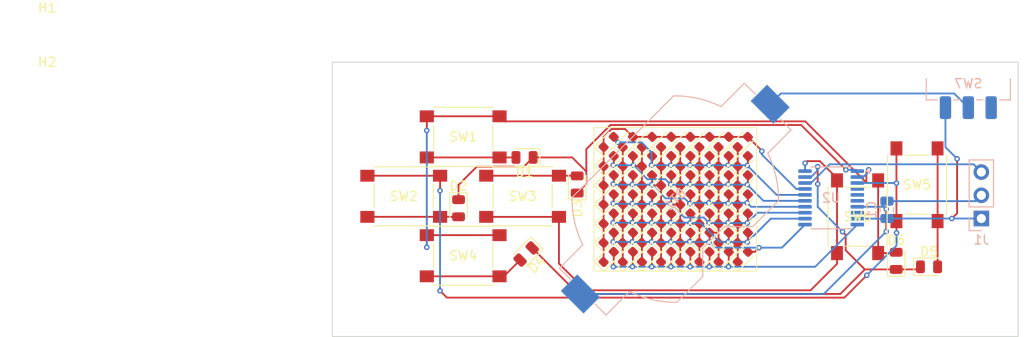
<source format=kicad_pcb>
(kicad_pcb (version 20240108) (generator "pcbnew") (generator_version "8.0")
  (layers (0 "F.Cu" signal) (31 "B.Cu" signal) (34 "B.Paste" user) (35 "F.Paste" user) (36 "B.SilkS" user "B.Silkscreen") (37 "F.SilkS" user "F.Silkscreen") (38 "B.Mask" user) (39 "F.Mask" user) (44 "Edge.Cuts" user))
  (net 0 "")
  (net 1 "+3V0")
  (net 2 "GND")
  (net 3 "Net-(D1-A)")
  (net 4 "Net-(D2-A)")
  (net 5 "Net-(D3-A)")
  (net 6 "Net-(D4-A)")
  (net 7 "Net-(D5-A)")
  (net 8 "Net-(D6-A)")
  (net 9 "/LED0")
  (net 10 "/LED1")
  (net 11 "/LED2")
  (net 12 "/LED3")
  (net 13 "/LED4")
  (net 14 "/LED5")
  (net 15 "/LED6")
  (net 16 "/LED7")
  (net 17 "/SWIO")
  (net 22 "Net-(BT1-+)")
  (net 24 "/Row0")
  (net 25 "/Row1")
  (net 26 "/Col0")
  (net 27 "/Col1")
  (net 28 "/Col2")
  (footprint "LED_SMD:LED_0603_1608Metric" (layer "F.Cu") (at 193.305052 80.759463 45)
    (property "Reference" "D52" (hide yes))
    (property "Value" "LED_Small")
  )
  (footprint "LED_SMD:LED_0603_1608Metric" (layer "F.Cu") (at 189.114052 74.472963 45)
    (property "Reference" "D26" (hide yes))
    (property "Value" "LED_Small")
  )
  (footprint "LED_SMD:LED_0603_1608Metric" (layer "F.Cu") (at 201.687052 84.950463 45)
    (property "Reference" "D64" (hide yes))
    (property "Value" "LED_Small")
  )
  (footprint "Button_Switch_SMD:SW_Push_1P1T_NO_6x6mm_H9.5mm" (layer "F.Cu") (at 214.24 80.555 90)
    (property "Reference" "SW6")
    (property "Value" "SW_Push_45deg")
  )
  (footprint "LED_SMD:LED_0603_1608Metric" (layer "F.Cu") (at 189.114052 84.950463 45)
    (property "Reference" "D66" (hide yes))
    (property "Value" "LED_Small")
  )
  (footprint "LED_SMD:LED_0603_1608Metric" (layer "F.Cu") (at 201.687052 82.854963 45)
    (property "Reference" "D56" (hide yes))
    (property "Value" "LED_Small")
  )
  (footprint "LED_SMD:LED_0603_1608Metric" (layer "F.Cu") (at 187.018552 84.950463 45)
    (property "Reference" "D65" (hide yes))
    (property "Value" "LED_Small")
  )
  (footprint "LED_SMD:LED_0603_1608Metric" (layer "F.Cu") (at 195.400552 82.854963 45)
    (property "Reference" "D61" (hide yes))
    (property "Value" "LED_Small")
  )
  (footprint "Diode_SMD:D_0805_2012Metric" (layer "F.Cu") (at 222.0525 86.03)
    (property "Reference" "D5")
    (property "Value" "D_Small")
  )
  (footprint "LED_SMD:LED_0603_1608Metric" (layer "F.Cu") (at 199.591552 72.377463 45)
    (property "Reference" "D15" (hide yes))
    (property "Value" "LED_Small")
  )
  (footprint "LED_SMD:LED_0603_1608Metric" (layer "F.Cu") (at 197.496052 80.759463 45)
    (property "Reference" "D46" (hide yes))
    (property "Value" "LED_Small")
  )
  (footprint "Button_Switch_SMD:SW_Push_1P1T_NO_6x6mm_H9.5mm" (layer "F.Cu") (at 171.105 71.82)
    (property "Reference" "SW1")
    (property "Value" "SW_Push_45deg")
  )
  (footprint "LED_SMD:LED_0603_1608Metric" (layer "F.Cu") (at 191.209552 78.663963 45)
    (property "Reference" "D43" (hide yes))
    (property "Value" "LED_Small")
  )
  (footprint "LED_SMD:LED_0603_1608Metric" (layer "F.Cu") (at 197.496052 76.568463 45)
    (property "Reference" "D30" (hide yes))
    (property "Value" "LED_Small")
  )
  (footprint "LED_SMD:LED_0603_1608Metric" (layer "F.Cu") (at 195.400552 84.950463 45)
    (property "Reference" "D69" (hide yes))
    (property "Value" "LED_Small")
  )
  (footprint "LED_SMD:LED_0603_1608Metric" (layer "F.Cu") (at 195.400552 78.663963 45)
    (property "Reference" "D37" (hide yes))
    (property "Value" "LED_Small")
  )
  (footprint "LED_SMD:LED_0603_1608Metric" (layer "F.Cu") (at 199.591552 78.663963 45)
    (property "Reference" "D39" (hide yes))
    (property "Value" "LED_Small")
  )
  (footprint "Button_Switch_SMD:SW_Push_1P1T_NO_6x6mm_H9.5mm" (layer "F.Cu") (at 177.605 78.32 180)
    (property "Reference" "SW3")
    (property "Value" "SW_Push_45deg")
  )
  (footprint "LED_SMD:LED_0603_1608Metric" (layer "F.Cu") (at 189.114052 76.568463 45)
    (property "Reference" "D34" (hide yes))
    (property "Value" "LED_Small")
  )
  (footprint "Diode_SMD:D_0805_2012Metric" (layer "F.Cu") (at 170.6 79.625 -90)
    (property "Reference" "D2")
    (property "Value" "D_Small")
  )
  (footprint "LED_SMD:LED_0603_1608Metric" (layer "F.Cu") (at 199.591552 74.472963 45)
    (property "Reference" "D23" (hide yes))
    (property "Value" "LED_Small")
  )
  (footprint "LED_SMD:LED_0603_1608Metric" (layer "F.Cu") (at 193.305052 74.472963 45)
    (property "Reference" "D20" (hide yes))
    (property "Value" "LED_Small")
  )
  (footprint "LED_SMD:LED_0603_1608Metric" (layer "F.Cu") (at 193.305052 72.377463 45)
    (property "Reference" "D12" (hide yes))
    (property "Value" "LED_Small")
  )
  (footprint "LED_SMD:LED_0603_1608Metric" (layer "F.Cu") (at 187.018552 76.568463 45)
    (property "Reference" "D33" (hide yes))
    (property "Value" "LED_Small")
  )
  (footprint "LED_SMD:LED_0603_1608Metric" (layer "F.Cu") (at 195.400552 74.472963 45)
    (property "Reference" "D21" (hide yes))
    (property "Value" "LED_Small")
  )
  (footprint "LED_SMD:LED_0603_1608Metric" (layer "F.Cu") (at 189.114052 72.377463 45)
    (property "Reference" "D10" (hide yes))
    (property "Value" "LED_Small")
  )
  (footprint "LED_SMD:LED_0603_1608Metric" (layer "F.Cu") (at 195.400552 76.568463 45)
    (property "Reference" "D29" (hide yes))
    (property "Value" "LED_Small")
  )
  (footprint "LED_SMD:LED_0603_1608Metric" (layer "F.Cu") (at 201.687052 74.472963 45)
    (property "Reference" "D24" (hide yes))
    (property "Value" "LED_Small")
  )
  (footprint "LED_SMD:LED_0603_1608Metric" (layer "F.Cu") (at 187.018552 82.854963 45)
    (property "Reference" "D57" (hide yes))
    (property "Value" "LED_Small")
  )
  (footprint "LED_SMD:LED_0603_1608Metric" (layer "F.Cu") (at 191.209552 72.377463 45)
    (property "Reference" "D11" (hide yes))
    (property "Value" "LED_Small")
  )
  (footprint "LED_SMD:LED_0603_1608Metric" (layer "F.Cu") (at 187.018552 78.663963 45)
    (property "Reference" "D41" (hide yes))
    (property "Value" "LED_Small")
  )
  (footprint "LED_SMD:LED_0603_1608Metric" (layer "F.Cu") (at 191.209552 82.854963 45)
    (property "Reference" "D59" (hide yes))
    (property "Value" "LED_Small")
  )
  (footprint "MountingHole:MountingHole_2.2mm_M2" (layer "F.Cu") (at 125.6 66.85)
    (property "Reference" "H2")
    (property "Value" "MountingHole")
  )
  (footprint "LED_SMD:LED_0603_1608Metric" (layer "F.Cu") (at 187.018552 72.377463 45)
    (property "Reference" "D17" (hide yes))
    (property "Value" "LED_Small")
  )
  (footprint "LED_SMD:LED_0603_1608Metric" (layer "F.Cu") (at 193.305052 78.663963 45)
    (property "Reference" "D44" (hide yes))
    (property "Value" "LED_Small")
  )
  (footprint "LED_SMD:LED_0603_1608Metric" (layer "F.Cu") (at 191.209552 84.950463 45)
    (property "Reference" "D67" (hide yes))
    (property "Value" "LED_Small")
  )
  (footprint "LED_SMD:LED_0603_1608Metric" (layer "F.Cu") (at 193.305052 82.854963 45)
    (property "Reference" "D60" (hide yes))
    (property "Value" "LED_Small")
  )
  (footprint "LED_SMD:LED_0603_1608Metric" (layer "F.Cu") (at 197.496052 84.950463 45)
    (property "Reference" "D70" (hide yes))
    (property "Value" "LED_Small")
  )
  (footprint "LED_SMD:LED_0603_1608Metric" (layer "F.Cu") (at 201.687052 78.663963 45)
    (property "Reference" "D40" (hide yes))
    (property "Value" "LED_Small")
  )
  (footprint "LED_SMD:LED_0603_1608Metric" (layer "F.Cu") (at 199.591552 80.759463 45)
    (property "Reference" "D47" (hide yes))
    (property "Value" "LED_Small")
  )
  (footprint "LED_SMD:LED_0603_1608Metric" (layer "F.Cu") (at 191.209552 74.472963 45)
    (property "Reference" "D19" (hide yes))
    (property "Value" "LED_Small")
  )
  (footprint "LED_SMD:LED_0603_1608Metric" (layer "F.Cu") (at 191.209552 80.759463 45)
    (property "Reference" "D51" (hide yes))
    (property "Value" "LED_Small")
  )
  (footprint "LED_SMD:LED_0603_1608Metric" (layer "F.Cu") (at 197.496052 78.663963 45)
    (property "Reference" "D38" (hide yes))
    (property "Value" "LED_Small")
  )
  (footprint "LED_SMD:LED_0603_1608Metric" (layer "F.Cu") (at 187.018552 80.759463 45)
    (property "Reference" "D49" (hide yes))
    (property "Value" "LED_Small")
  )
  (footprint "Button_Switch_SMD:SW_Push_1P1T_NO_6x6mm_H9.5mm" (layer "F.Cu") (at 220.74 77.055 90)
    (property "Reference" "SW5")
    (property "Value" "SW_Push_45deg")
  )
  (footprint "LED_SMD:LED_0603_1608Metric" (layer "F.Cu") (at 187.018552 74.472963 45)
    (property "Reference" "D25" (hide yes))
    (property "Value" "LED_Small")
  )
  (footprint "LED_SMD:LED_0603_1608Metric" (layer "F.Cu") (at 199.591552 84.950463 45)
    (property "Reference" "D71" (hide yes))
    (property "Value" "LED_Small")
  )
  (footprint "LED_SMD:LED_0603_1608Metric" (layer "F.Cu") (at 195.400552 72.377463 45)
    (property "Reference" "D13" (hide yes))
    (property "Value" "LED_Small")
  )
  (footprint "LED_SMD:LED_0603_1608Metric" (layer "F.Cu") (at 195.400552 80.759463 45)
    (property "Reference" "D53" (hide yes))
    (property "Value" "LED_Small")
  )
  (footprint "Diode_SMD:D_0805_2012Metric" (layer "F.Cu") (at 177.8178 74.07 180)
    (property "Reference" "D1")
    (property "Value" "D_Small")
  )
  (footprint "LED_SMD:LED_0603_1608Metric" (layer "F.Cu") (at 201.687052 76.568463 45)
    (property "Reference" "D32" (hide yes))
    (property "Value" "LED_Small")
  )
  (footprint "Diode_SMD:D_0805_2012Metric" (layer "F.Cu") (at 183.575 77.025 90)
    (property "Reference" "D3")
    (property "Value" "D_Small")
  )
  (footprint "LED_SMD:LED_0603_1608Metric" (layer "F.Cu") (at 189.114052 82.854963 45)
    (property "Reference" "D58" (hide yes))
    (property "Value" "LED_Small")
  )
  (footprint "MountingHole:MountingHole_2.2mm_M2" (layer "F.Cu") (at 125.6 60.9)
    (property "Reference" "H1")
    (property "Value" "MountingHole")
  )
  (footprint "LED_SMD:LED_0603_1608Metric" (layer "F.Cu") (at 201.687052 80.759463 45)
    (property "Reference" "D48" (hide yes))
    (property "Value" "LED_Small")
  )
  (footprint "LED_SMD:LED_0603_1608Metric" (layer "F.Cu") (at 191.209552 76.568463 45)
    (property "Reference" "D35" (hide yes))
    (property "Value" "LED_Small")
  )
  (footprint "LED_SMD:LED_0603_1608Metric" (layer "F.Cu") (at 189.114052 78.663963 45)
    (property "Reference" "D42" (hide yes))
    (property "Value" "LED_Small")
  )
  (footprint "LED_SMD:LED_0603_1608Metric" (layer "F.Cu") (at 197.496052 72.377463 45)
    (property "Reference" "D14" (hide yes))
    (property "Value" "LED_Small")
  )
  (footprint "Diode_SMD:D_0805_2012Metric" (layer "F.Cu") (at 177.9928 84.632087 -135)
    (property "Reference" "D4")
    (property "Value" "D_Small")
  )
  (footprint "LED_SMD:LED_0603_1608Metric" (layer "F.Cu") (at 193.305052 76.568463 45)
    (property "Reference" "D28" (hide yes))
    (property "Value" "LED_Small")
  )
  (footprint "LED_SMD:LED_0603_1608Metric" (layer "F.Cu") (at 201.687052 72.377463 45)
    (property "Reference" "D16" (hide yes))
    (property "Value" "LED_Small")
  )
  (footprint "LED_SMD:LED_0603_1608Metric" (layer "F.Cu") (at 193.305052 84.950463 45)
    (property "Reference" "D68" (hide yes))
    (property "Value" "LED_Small")
  )
  (footprint "LED_SMD:LED_0603_1608Metric" (layer "F.Cu") (at 197.496052 74.472963 45)
    (property "Reference" "D22" (hide yes))
    (property "Value" "LED_Small")
  )
  (footprint "LED_SMD:LED_0603_1608Metric" (layer "F.Cu") (at 189.114052 80.759463 45)
    (property "Reference" "D50" (hide yes))
    (property "Value" "LED_Small")
  )
  (footprint "LED_SMD:LED_0603_1608Metric" (layer "F.Cu") (at 199.591552 82.854963 45)
    (property "Reference" "D55" (hide yes))
    (property "Value" "LED_Small")
  )
  (footprint "Diode_SMD:D_0805_2012Metric" (layer "F.Cu") (at 218.465 85.38 90)
    (property "Reference" "D6")
    (property "Value" "D_Small")
  )
  (footprint "Button_Switch_SMD:SW_Push_1P1T_NO_6x6mm_H9.5mm" (layer "F.Cu") (at 171.105 84.82)
    (property "Reference" "SW4")
    (property "Value" "SW_Push_45deg")
  )
  (footprint "LED_SMD:LED_0603_1608Metric" (layer "F.Cu") (at 197.496052 82.854963 45)
    (property "Reference" "D62" (hide yes))
    (property "Value" "LED_Small")
  )
  (footprint "LED_SMD:LED_0603_1608Metric" (layer "F.Cu") (at 199.591552 76.568463 45)
    (property "Reference" "D31" (hide yes))
    (property "Value" "LED_Small")
  )
  (footprint "Button_Switch_SMD:SW_Push_1P1T_NO_6x6mm_H9.5mm" (layer "F.Cu") (at 164.605 78.32)
    (property "Reference" "SW2")
    (property "Value" "SW_Push_45deg")
  )
  (footprint "Connector_PinHeader_2.54mm:PinHeader_1x03_P2.54mm_Vertical" (layer "B.Cu") (at 227.775 80.75)
    (property "Reference" "J1")
    (property "Value" "Conn_01x03")
  )
  (footprint "Battery:BatteryHolder_Keystone_1058_1x2032" (layer "B.Cu") (at 194.3 78.625 -135)
    (property "Reference" "BT1")
    (property "Value" "Battery_Cell")
  )
  (footprint "Button_Switch_SMD:SW_SPDT_CK_JS102011SAQN" (layer "B.Cu") (at 226.35 65.875)
    (property "Reference" "SW7")
    (property "Value" "SW_SPDT")
  )
  (footprint "Package_SO:TSSOP-20_4.4x6.5mm_P0.65mm" (layer "B.Cu") (at 211.35 78.49 180)
    (property "Reference" "U2")
    (property "Value" "CH32V003FxPx")
  )
  (footprint "Capacitor_SMD:C_0805_2012Metric" (layer "B.Cu") (at 217.45 79.800001 -90)
    (property "Reference" "C1")
    (property "Value" "0.1uF")
  )
  (gr_rect (start 185.4 70.8) (end 203.2 86.5) (stroke (width 0.1)) (fill none) (layer "F.SilkS"))
  (gr_rect (start 156.8 63.65) (end 231.8 93.65) (stroke (width 0.1)) (fill none) (layer "Edge.Cuts"))
  (segment (start 225.125 74.220001) (end 225.125 80.175) (width 0.2) (layer "F.Cu") (net 1))
  (segment (start 225.125 80.175) (end 224.55 80.75) (width 0.2) (layer "F.Cu") (net 1))
  (via (at 224.55 80.75) (size 0.6) (drill 0.3) (layers "F.Cu" "B.Cu") (net 1))
  (via (at 225.125 74.220001) (size 0.6) (drill 0.3) (layers "F.Cu" "B.Cu") (net 1))
  (segment (start 217.41 80.765) (end 214.2125 80.765) (width 0.2) (layer "B.Cu") (net 1))
  (segment (start 223.85 68.625) (end 223.85 72.945001) (width 0.2) (layer "B.Cu") (net 1))
  (segment (start 227.775 80.75) (end 224.55 80.75) (width 0.2) (layer "B.Cu") (net 1))
  (segment (start 217.45 80.75) (end 217.425 80.75) (width 0.2) (layer "B.Cu") (net 1))
  (segment (start 217.425 80.75) (end 217.41 80.765) (width 0.2) (layer "B.Cu") (net 1))
  (segment (start 223.85 72.945001) (end 225.125 74.220001) (width 0.2) (layer "B.Cu") (net 1))
  (segment (start 224.55 80.75) (end 217.45 80.75) (width 0.2) (layer "B.Cu") (net 1))
  (segment (start 217.375 82.175) (end 217.375 79.725) (width 0.2) (layer "F.Cu") (net 2))
  (via (at 217.375 82.175) (size 0.6) (drill 0.3) (layers "F.Cu" "B.Cu") (net 2))
  (via (at 217.375 79.725) (size 0.6) (drill 0.3) (layers "F.Cu" "B.Cu") (net 2))
  (segment (start 210.544672 89.005328) (end 217.375 82.175) (width 0.2) (layer "B.Cu") (net 2))
  (segment (start 217.375 79.725) (end 217.115 79.465) (width 0.2) (layer "B.Cu") (net 2))
  (segment (start 217.115 79.465) (end 216.835002 79.465) (width 0.2) (layer "B.Cu") (net 2))
  (segment (start 227.134998 78.850002) (end 227.775 78.21) (width 0.2) (layer "B.Cu") (net 2))
  (segment (start 217.45 78.850002) (end 227.134998 78.850002) (width 0.2) (layer "B.Cu") (net 2))
  (segment (start 214.2125 79.465) (end 216.835002 79.465) (width 0.2) (layer "B.Cu") (net 2))
  (segment (start 183.919672 89.005328) (end 210.544672 89.005328) (width 0.2) (layer "B.Cu") (net 2))
  (segment (start 216.835002 79.465) (end 217.45 78.850002) (width 0.2) (layer "B.Cu") (net 2))
  (segment (start 167.13 74.07) (end 176.880299 74.07) (width 0.2) (layer "F.Cu") (net 3))
  (segment (start 170.6 80.562501) (end 160.637499 80.562501) (width 0.2) (layer "F.Cu") (net 4))
  (segment (start 160.637499 80.562501) (end 160.63 80.57) (width 0.2) (layer "F.Cu") (net 4))
  (segment (start 173.63 76.07) (end 183.557501 76.07) (width 0.2) (layer "F.Cu") (net 5))
  (segment (start 183.557501 76.07) (end 183.575 76.087499) (width 0.2) (layer "F.Cu") (net 5))
  (segment (start 167.13 87.07) (end 175.554887 87.07) (width 0.2) (layer "F.Cu") (net 6))
  (segment (start 175.554887 87.07) (end 177.329887 85.295) (width 0.2) (layer "F.Cu") (net 6))
  (segment (start 222.99 86.03) (end 222.99 73.08) (width 0.2) (layer "F.Cu") (net 7))
  (segment (start 216.49 84.53) (end 218.377499 84.53) (width 0.2) (layer "F.Cu") (net 8))
  (segment (start 216.49 84.53) (end 216.49 76.58) (width 0.2) (layer "F.Cu") (net 8))
  (segment (start 218.377499 84.53) (end 218.465 84.442499) (width 0.2) (layer "F.Cu") (net 8))
  (segment (start 188.811988 70.961705) (end 189.670899 71.820616) (width 0.2) (layer "F.Cu") (net 9))
  (segment (start 187.338294 70.961705) (end 188.811988 70.961705) (width 0.2) (layer "F.Cu") (net 9))
  (segment (start 186.461705 71.838294) (end 187.338294 70.961705) (width 0.2) (layer "F.Cu") (net 9))
  (segment (start 186.461705 72.93431) (end 186.461705 71.838294) (width 0.2) (layer "F.Cu") (net 9))
  (segment (start 186.461705 85.50731) (end 186.461705 72.93431) (width 0.2) (layer "F.Cu") (net 9))
  (segment (start 202.243899 71.820616) (end 189.670899 71.820616) (width 0.2) (layer "F.Cu") (net 9))
  (segment (start 203.77 73.346717) (end 203.77 73.39) (width 0.2) (layer "F.Cu") (net 9))
  (segment (start 202.243899 71.820616) (end 203.77 73.346717) (width 0.2) (layer "F.Cu") (net 9))
  (via (at 203.77 73.39) (size 0.6) (drill 0.3) (layers "F.Cu" "B.Cu") (net 9))
  (segment (start 203.77 73.39) (end 203.77 73.753456) (width 0.2) (layer "B.Cu") (net 9))
  (segment (start 203.77 73.753456) (end 207.531544 77.515) (width 0.2) (layer "B.Cu") (net 9))
  (segment (start 207.531544 77.515) (end 208.4875 77.515) (width 0.2) (layer "B.Cu") (net 9))
  (segment (start 191.766399 74.852312) (end 191.695028 74.923683) (width 0.2) (layer "F.Cu") (net 10))
  (segment (start 202.180601 74.954059) (end 202.229326 74.954059) (width 0.2) (layer "F.Cu") (net 10))
  (segment (start 191.766399 73.916116) (end 191.766399 74.852312) (width 0.2) (layer "F.Cu") (net 10))
  (segment (start 188.039455 72.41656) (end 188.557205 72.93431) (width 0.2) (layer "F.Cu") (net 10))
  (segment (start 195.957399 74.851639) (end 195.885916 74.923122) (width 0.2) (layer "F.Cu") (net 10))
  (segment (start 187.575399 71.820616) (end 187.575399 71.952504) (width 0.2) (layer "F.Cu") (net 10))
  (segment (start 200.148399 74.849727) (end 200.078311 74.919815) (width 0.2) (layer "F.Cu") (net 10))
  (segment (start 188.557205 72.93431) (end 188.557205 85.50731) (width 0.2) (layer "F.Cu") (net 10))
  (segment (start 198.052899 73.916116) (end 198.052899 74.852312) (width 0.2) (layer "F.Cu") (net 10))
  (segment (start 193.861899 74.852312) (end 193.790528 74.923683) (width 0.2) (layer "F.Cu") (net 10))
  (segment (start 193.861899 73.916116) (end 193.861899 74.852312) (width 0.2) (layer "F.Cu") (net 10))
  (segment (start 202.243899 74.890761) (end 202.180601 74.954059) (width 0.2) (layer "F.Cu") (net 10))
  (segment (start 198.052899 74.852312) (end 197.981528 74.923683) (width 0.2) (layer "F.Cu") (net 10))
  (segment (start 202.243899 73.916116) (end 202.243899 74.890761) (width 0.2) (layer "F.Cu") (net 10))
  (segment (start 195.957399 73.916116) (end 195.957399 74.851639) (width 0.2) (layer "F.Cu") (net 10))
  (segment (start 187.575399 71.952504) (end 188.039455 72.41656) (width 0.2) (layer "F.Cu") (net 10))
  (segment (start 200.148399 73.916116) (end 200.148399 74.849727) (width 0.2) (layer "F.Cu") (net 10))
  (via (at 200.078311 74.919815) (size 0.6) (drill 0.3) (layers "F.Cu" "B.Cu") (net 10))
  (via (at 202.180601 74.954059) (size 0.6) (drill 0.3) (layers "F.Cu" "B.Cu") (net 10))
  (via (at 191.695028 74.923683) (size 0.6) (drill 0.3) (layers "F.Cu" "B.Cu") (net 10))
  (via (at 195.885916 74.923122) (size 0.6) (drill 0.3) (layers "F.Cu" "B.Cu") (net 10))
  (via (at 193.790528 74.923683) (size 0.6) (drill 0.3) (layers "F.Cu" "B.Cu") (net 10))
  (via (at 197.981528 74.923683) (size 0.6) (drill 0.3) (layers "F.Cu" "B.Cu") (net 10))
  (via (at 188.039455 72.41656) (size 0.6) (drill 0.3) (layers "F.Cu" "B.Cu") (net 10))
  (segment (start 205.391542 78.165) (end 208.4875 78.165) (width 0.2) (layer "B.Cu") (net 10))
  (segment (start 191.695028 73.508648) (end 190.60294 72.41656) (width 0.2) (layer "B.Cu") (net 10))
  (segment (start 202.180601 74.954059) (end 205.391542 78.165) (width 0.2) (layer "B.Cu") (net 10))
  (segment (start 202.150225 74.923683) (end 191.695028 74.923683) (width 0.2) (layer "B.Cu") (net 10))
  (segment (start 202.180601 74.954059) (end 202.150225 74.923683) (width 0.2) (layer "B.Cu") (net 10))
  (segment (start 191.695028 74.923683) (end 191.695028 73.508648) (width 0.2) (layer "B.Cu") (net 10))
  (segment (start 190.60294 72.41656) (end 188.039455 72.41656) (width 0.2) (layer "B.Cu") (net 10))
  (segment (start 202.17854 77.049408) (end 202.229175 77.049408) (width 0.2) (layer "F.Cu") (net 11))
  (segment (start 202.243899 76.984049) (end 202.17854 77.049408) (width 0.2) (layer "F.Cu") (net 11))
  (segment (start 187.575399 74.849394) (end 187.503544 74.921249) (width 0.2) (layer "F.Cu") (net 11))
  (segment (start 193.861899 76.011616) (end 193.861899 76.948633) (width 0.2) (layer "F.Cu") (net 11))
  (segment (start 198.052899 76.011616) (end 198.052899 76.943974) (width 0.2) (layer "F.Cu") (net 11))
  (segment (start 190.652705 73.89431) (end 190.652705 85.50731) (width 0.2) (layer "F.Cu") (net 11))
  (segment (start 195.957399 76.945207) (end 195.887316 77.01529) (width 0.2) (layer "F.Cu") (net 11))
  (segment (start 200.148399 76.011616) (end 200.148399 76.942708) (width 0.2) (layer "F.Cu") (net 11))
  (segment (start 190.652705 75.02981) (end 189.827205 75.02981) (width 0.2) (layer "F.Cu") (net 11))
  (segment (start 189.827205 75.02981) (end 189.721705 74.92431) (width 0.2) (layer "F.Cu") (net 11))
  (segment (start 198.052899 76.943974) (end 197.983069 77.013804) (width 0.2) (layer "F.Cu") (net 11))
  (segment (start 195.957399 76.011616) (end 195.957399 76.945207) (width 0.2) (layer "F.Cu") (net 11))
  (segment (start 193.861899 76.948633) (end 193.791138 77.019394) (width 0.2) (layer "F.Cu") (net 11))
  (segment (start 202.243899 76.011616) (end 202.243899 76.984049) (width 0.2) (layer "F.Cu") (net 11))
  (segment (start 190.652705 72.93431) (end 190.652705 73.89431) (width 0.2) (layer "F.Cu") (net 11))
  (segment (start 200.148399 76.942708) (end 200.078837 77.01227) (width 0.2) (layer "F.Cu") (net 11))
  (segment (start 189.670899 74.873504) (end 189.721705 74.92431) (width 0.2) (layer "F.Cu") (net 11))
  (segment (start 189.670899 73.916116) (end 189.670899 74.873504) (width 0.2) (layer "F.Cu") (net 11))
  (segment (start 187.575399 73.916116) (end 187.575399 74.849394) (width 0.2) (layer "F.Cu") (net 11))
  (via (at 189.721705 74.92431) (size 0.6) (drill 0.3) (layers "F.Cu" "B.Cu") (net 11))
  (via (at 187.503544 74.921249) (size 0.6) (drill 0.3) (layers "F.Cu" "B.Cu") (net 11))
  (via (at 202.17854 77.049408) (size 0.6) (drill 0.3) (layers "F.Cu" "B.Cu") (net 11))
  (via (at 195.887316 77.01529) (size 0.6) (drill 0.3) (layers "F.Cu" "B.Cu") (net 11))
  (via (at 197.983069 77.013804) (size 0.6) (drill 0.3) (layers "F.Cu" "B.Cu") (net 11))
  (via (at 200.078837 77.01227) (size 0.6) (drill 0.3) (layers "F.Cu" "B.Cu") (net 11))
  (via (at 193.791138 77.019394) (size 0.6) (drill 0.3) (layers "F.Cu" "B.Cu") (net 11))
  (segment (start 202.17854 77.049408) (end 193.821152 77.049408) (width 0.2) (layer "B.Cu") (net 11))
  (segment (start 193.791138 77.019394) (end 193.220012 76.448268) (width 0.2) (layer "B.Cu") (net 11))
  (segment (start 193.220012 76.448268) (end 191.245663 76.448268) (width 0.2) (layer "B.Cu") (net 11))
  (segment (start 203.944132 78.815) (end 208.4875 78.815) (width 0.2) (layer "B.Cu") (net 11))
  (segment (start 189.721705 74.92431) (end 187.506605 74.92431) (width 0.2) (layer "B.Cu") (net 11))
  (segment (start 187.506605 74.92431) (end 187.503544 74.921249) (width 0.2) (layer "B.Cu") (net 11))
  (segment (start 202.17854 77.049408) (end 203.944132 78.815) (width 0.2) (layer "B.Cu") (net 11))
  (segment (start 193.821152 77.049408) (end 193.791138 77.019394) (width 0.2) (layer "B.Cu") (net 11))
  (segment (start 191.245663 76.448268) (end 189.721705 74.92431) (width 0.2) (layer "B.Cu") (net 11))
  (segment (start 191.808942 77.12531) (end 191.7319 77.048268) (width 0.2) (layer "F.Cu") (net 12))
  (segment (start 191.766399 76.011616) (end 191.766399 77.013769) (width 0.2) (layer "F.Cu") (net 12))
  (segment (start 202.243899 78.941659) (end 202.154655 79.030903) (width 0.2) (layer "F.Cu") (net 12))
  (segment (start 192.748205 72.93431) (end 192.748205 76.01431) (width 0.2) (layer "F.Cu") (net 12))
  (segment (start 189.670899 76.011616) (end 189.670899 76.94916) (width 0.2) (layer "F.Cu") (net 12))
  (segment (start 195.957399 79.042084) (end 195.885824 79.113659) (width 0.2) (layer "F.Cu") (net 12))
  (segment (start 200.148399 78.107116) (end 200.148399 79.027247) (width 0.2) (layer "F.Cu") (net 12))
  (segment (start 202.243899 78.107116) (end 202.243899 78.941659) (width 0.2) (layer "F.Cu") (net 12))
  (segment (start 200.148399 79.027247) (end 200.081398 79.094248) (width 0.2) (layer "F.Cu") (net 12))
  (segment (start 198.052899 78.941796) (end 197.963684 79.031011) (width 0.2) (layer "F.Cu") (net 12))
  (segment (start 191.766399 77.013769) (end 191.7319 77.048268) (width 0.2) (layer "F.Cu") (net 12))
  (segment (start 192.748205 76.01431) (end 192.748205 85.50731) (width 0.2) (layer "F.Cu") (net 12))
  (segment (start 195.957399 78.107116) (end 195.957399 79.042084) (width 0.2) (layer "F.Cu") (net 12))
  (segment (start 192.748205 77.12531) (end 191.808942 77.12531) (width 0.2) (layer "F.Cu") (net 12))
  (segment (start 189.670899 76.94916) (end 189.600037 77.020022) (width 0.2) (layer "F.Cu") (net 12))
  (segment (start 187.575399 76.011616) (end 187.575399 76.921958) (width 0.2) (layer "F.Cu") (net 12))
  (segment (start 187.575399 76.921958) (end 187.510828 76.986529) (width 0.2) (layer "F.Cu") (net 12))
  (segment (start 198.052899 78.107116) (end 198.052899 78.941796) (width 0.2) (layer "F.Cu") (net 12))
  (via (at 195.885824 79.113659) (size 0.6) (drill 0.3) (layers "F.Cu" "B.Cu") (net 12))
  (via (at 200.081398 79.094248) (size 0.6) (drill 0.3) (layers "F.Cu" "B.Cu") (net 12))
  (via (at 187.510828 76.986529) (size 0.6) (drill 0.3) (layers "F.Cu" "B.Cu") (net 12))
  (via (at 191.7319 77.048268) (size 0.6) (drill 0.3) (layers "F.Cu" "B.Cu") (net 12))
  (via (at 189.600037 77.020022) (size 0.6) (drill 0.3) (layers "F.Cu" "B.Cu") (net 12))
  (via (at 197.963684 79.031011) (size 0.6) (drill 0.3) (layers "F.Cu" "B.Cu") (net 12))
  (via (at 202.154655 79.030903) (size 0.6) (drill 0.3) (layers "F.Cu" "B.Cu") (net 12))
  (segment (start 187.572567 77.048268) (end 187.510828 76.986529) (width 0.2) (layer "B.Cu") (net 12))
  (segment (start 202.154655 79.030903) (end 202.588752 79.465) (width 0.2) (layer "B.Cu") (net 12))
  (segment (start 202.588752 79.465) (end 208.4875 79.465) (width 0.2) (layer "B.Cu") (net 12))
  (segment (start 195.317315 78.54515) (end 193.228782 78.54515) (width 0.2) (layer "B.Cu") (net 12))
  (segment (start 202.154655 79.030903) (end 195.96858 79.030903) (width 0.2) (layer "B.Cu") (net 12))
  (segment (start 193.228782 78.54515) (end 191.7319 77.048268) (width 0.2) (layer "B.Cu") (net 12))
  (segment (start 195.885824 79.113659) (end 195.317315 78.54515) (width 0.2) (layer "B.Cu") (net 12))
  (segment (start 195.96858 79.030903) (end 195.885824 79.113659) (width 0.2) (layer "B.Cu") (net 12))
  (segment (start 191.7319 77.048268) (end 187.572567 77.048268) (width 0.2) (layer "B.Cu") (net 12))
  (segment (start 187.575399 79.033104) (end 187.506974 79.101529) (width 0.2) (layer "F.Cu") (net 13))
  (segment (start 202.243899 81.178168) (end 202.181579 81.240488) (width 0.2) (layer "F.Cu") (net 13))
  (segment (start 189.670899 78.107116) (end 189.670899 79.039333) (width 0.2) (layer "F.Cu") (net 13))
  (segment (start 202.243899 80.202616) (end 202.243899 81.178168) (width 0.2) (layer "F.Cu") (net 13))
  (segment (start 198.052899 81.138997) (end 197.98226 81.209636) (width 0.2) (layer "F.Cu") (net 13))
  (segment (start 187.575399 78.107116) (end 187.575399 79.033104) (width 0.2) (layer "F.Cu") (net 13))
  (segment (start 198.052899 80.202616) (end 198.052899 81.138997) (width 0.2) (layer "F.Cu") (net 13))
  (segment (start 191.766399 78.107116) (end 191.766399 79.041544) (width 0.2) (layer "F.Cu") (net 13))
  (segment (start 194.843705 72.93431) (end 194.843705 85.50731) (width 0.2) (layer "F.Cu") (net 13))
  (segment (start 200.148399 81.126954) (end 200.075061 81.200292) (width 0.2) (layer "F.Cu") (net 13))
  (segment (start 193.873047 79.22081) (end 193.797387 79.14515) (width 0.2) (layer "F.Cu") (net 13))
  (segment (start 191.766399 79.041544) (end 191.694735 79.113208) (width 0.2) (layer "F.Cu") (net 13))
  (segment (start 200.148399 80.202616) (end 200.148399 81.126954) (width 0.2) (layer "F.Cu") (net 13))
  (segment (start 189.670899 79.039333) (end 189.598868 79.111364) (width 0.2) (layer "F.Cu") (net 13))
  (segment (start 193.861899 78.107116) (end 193.861899 79.080638) (width 0.2) (layer "F.Cu") (net 13))
  (segment (start 193.861899 79.080638) (end 193.797387 79.14515) (width 0.2) (layer "F.Cu") (net 13))
  (segment (start 194.843705 79.22081) (end 193.873047 79.22081) (width 0.2) (layer "F.Cu") (net 13))
  (via (at 191.694735 79.113208) (size 0.6) (drill 0.3) (layers "F.Cu" "B.Cu") (net 13))
  (via (at 200.075061 81.200292) (size 0.6) (drill 0.3) (layers "F.Cu" "B.Cu") (net 13))
  (via (at 202.181579 81.240488) (size 0.6) (drill 0.3) (layers "F.Cu" "B.Cu") (net 13))
  (via (at 189.598868 79.111364) (size 0.6) (drill 0.3) (layers "F.Cu" "B.Cu") (net 13))
  (via (at 197.98226 81.209636) (size 0.6) (drill 0.3) (layers "F.Cu" "B.Cu") (net 13))
  (via (at 187.506974 79.101529) (size 0.6) (drill 0.3) (layers "F.Cu" "B.Cu") (net 13))
  (via (at 193.797387 79.14515) (size 0.6) (drill 0.3) (layers "F.Cu" "B.Cu") (net 13))
  (segment (start 203.307067 80.115) (end 208.4875 80.115) (width 0.2) (layer "B.Cu") (net 13))
  (segment (start 195.291666 80.639429) (end 193.797387 79.14515) (width 0.2) (layer "B.Cu") (net 13))
  (segment (start 193.797387 79.14515) (end 187.550595 79.14515) (width 0.2) (layer "B.Cu") (net 13))
  (segment (start 202.181579 81.240488) (end 203.307067 80.115) (width 0.2) (layer "B.Cu") (net 13))
  (segment (start 197.98226 81.209636) (end 197.412053 80.639429) (width 0.2) (layer "B.Cu") (net 13))
  (segment (start 202.181579 81.240488) (end 198.013112 81.240488) (width 0.2) (layer "B.Cu") (net 13))
  (segment (start 197.412053 80.639429) (end 195.291666 80.639429) (width 0.2) (layer "B.Cu") (net 13))
  (segment (start 198.013112 81.240488) (end 197.98226 81.209636) (width 0.2) (layer "B.Cu") (net 13))
  (segment (start 187.550595 79.14515) (end 187.506974 79.101529) (width 0.2) (layer "B.Cu") (net 13))
  (segment (start 187.575399 80.202616) (end 187.575399 81.139084) (width 0.2) (layer "F.Cu") (net 14))
  (segment (start 191.766399 80.202616) (end 191.766399 81.140069) (width 0.2) (layer "F.Cu") (net 14))
  (segment (start 189.670899 81.117262) (end 189.60526 81.182901) (width 0.2) (layer "F.Cu") (net 14))
  (segment (start 202.243899 83.274662) (end 202.182649 83.335912) (width 0.2) (layer "F.Cu") (net 14))
  (segment (start 200.148399 82.298116) (end 200.148399 83.228536) (width 0.2) (layer "F.Cu") (net 14))
  (segment (start 196.939205 72.93431) (end 196.939205 85.50731) (width 0.2) (layer "F.Cu") (net 14))
  (segment (start 189.670899 80.202616) (end 189.670899 81.117262) (width 0.2) (layer "F.Cu") (net 14))
  (segment (start 187.575399 81.139084) (end 187.504743 81.20974) (width 0.2) (layer "F.Cu") (net 14))
  (segment (start 195.957399 80.202616) (end 195.957399 81.197918) (width 0.2) (layer "F.Cu") (net 14))
  (segment (start 195.957399 81.197918) (end 195.915888 81.239429) (width 0.2) (layer "F.Cu") (net 14))
  (segment (start 200.148399 83.228536) (end 200.07607 83.300865) (width 0.2) (layer "F.Cu") (net 14))
  (segment (start 193.861899 81.126936) (end 193.788558 81.200277) (width 0.2) (layer "F.Cu") (net 14))
  (segment (start 195.992769 81.31631) (end 195.915888 81.239429) (width 0.2) (layer "F.Cu") (net 14))
  (segment (start 193.861899 80.202616) (end 193.861899 81.126936) (width 0.2) (layer "F.Cu") (net 14))
  (segment (start 202.243899 82.298116) (end 202.243899 83.274662) (width 0.2) (layer "F.Cu") (net 14))
  (segment (start 191.766399 81.140069) (end 191.695554 81.210914) (width 0.2) (layer "F.Cu") (net 14))
  (segment (start 196.939205 81.31631) (end 195.992769 81.31631) (width 0.2) (layer "F.Cu") (net 14))
  (via (at 187.504743 81.20974) (size 0.6) (drill 0.3) (layers "F.Cu" "B.Cu") (net 14))
  (via (at 202.182649 83.335912) (size 0.6) (drill 0.3) (layers "F.Cu" "B.Cu") (net 14))
  (via (at 193.788558 81.200277) (size 0.6) (drill 0.3) (layers "F.Cu" "B.Cu") (net 14))
  (via (at 189.60526 81.182901) (size 0.6) (drill 0.3) (layers "F.Cu" "B.Cu") (net 14))
  (via (at 200.07607 83.300865) (size 0.6) (drill 0.3) (layers "F.Cu" "B.Cu") (net 14))
  (via (at 195.915888 81.239429) (size 0.6) (drill 0.3) (layers "F.Cu" "B.Cu") (net 14))
  (via (at 191.695554 81.210914) (size 0.6) (drill 0.3) (layers "F.Cu" "B.Cu") (net 14))
  (segment (start 197.066824 81.239429) (end 195.915888 81.239429) (width 0.2) (layer "B.Cu") (net 14))
  (segment (start 202.147602 83.300865) (end 202.182649 83.335912) (width 0.2) (layer "B.Cu") (net 14))
  (segment (start 200.07607 83.300865) (end 199.12826 83.300865) (width 0.2) (layer "B.Cu") (net 14))
  (segment (start 187.504743 81.20974) (end 195.886199 81.20974) (width 0.2) (layer "B.Cu") (net 14))
  (segment (start 195.886199 81.20974) (end 195.915888 81.239429) (width 0.2) (layer "B.Cu") (net 14))
  (segment (start 200.07607 83.300865) (end 202.147602 83.300865) (width 0.2) (layer "B.Cu") (net 14))
  (segment (start 199.12826 83.300865) (end 197.066824 81.239429) (width 0.2) (layer "B.Cu") (net 14))
  (segment (start 204.753561 80.765) (end 208.4875 80.765) (width 0.2) (layer "B.Cu") (net 14))
  (segment (start 202.182649 83.335912) (end 204.753561 80.765) (width 0.2) (layer "B.Cu") (net 14))
  (segment (start 195.957399 83.190163) (end 195.878703 83.268859) (width 0.2) (layer "F.Cu") (net 15))
  (segment (start 187.575399 82.298116) (end 187.575399 83.232196) (width 0.2) (layer "F.Cu") (net 15))
  (segment (start 202.992296 84.393616) (end 203.45 83.935912) (width 0.2) (layer "F.Cu") (net 15))
  (segment (start 198.052899 83.271125) (end 197.987831 83.336193) (width 0.2) (layer "F.Cu") (net 15))
  (segment (start 199.034705 72.93431) (end 199.034705 82.30431) (width 0.2) (layer "F.Cu") (net 15))
  (segment (start 191.766399 82.298116) (end 191.766399 83.229591) (width 0.2) (layer "F.Cu") (net 15))
  (segment (start 193.861899 83.229706) (end 193.789764 83.301841) (width 0.2) (layer "F.Cu") (net 15))
  (segment (start 189.670899 83.230902) (end 189.598962 83.302839) (width 0.2) (layer "F.Cu") (net 15))
  (segment (start 195.957399 82.298116) (end 195.957399 83.190163) (width 0.2) (layer "F.Cu") (net 15))
  (segment (start 187.575399 83.232196) (end 187.503677 83.303918) (width 0.2) (layer "F.Cu") (net 15))
  (segment (start 193.861899 82.298116) (end 193.861899 83.229706) (width 0.2) (layer "F.Cu") (net 15))
  (segment (start 189.670899 82.298116) (end 189.670899 83.230902) (width 0.2) (layer "F.Cu") (net 15))
  (segment (start 191.766399 83.229591) (end 191.694245 83.301745) (width 0.2) (layer "F.Cu") (net 15))
  (segment (start 199.034705 82.30431) (end 199.034705 85.50731) (width 0.2) (layer "F.Cu") (net 15))
  (segment (start 202.243899 84.393616) (end 202.992296 84.393616) (width 0.2) (layer "F.Cu") (net 15))
  (segment (start 198.052899 82.298116) (end 198.052899 83.271125) (width 0.2) (layer "F.Cu") (net 15))
  (segment (start 198.052899 82.298116) (end 199.028511 82.298116) (width 0.2) (layer "F.Cu") (net 15))
  (via (at 203.45 83.935912) (size 0.6) (drill 0.3) (layers "F.Cu" "B.Cu") (net 15))
  (via (at 195.878703 83.268859) (size 0.6) (drill 0.3) (layers "F.Cu" "B.Cu") (net 15))
  (via (at 193.789764 83.301841) (size 0.6) (drill 0.3) (layers "F.Cu" "B.Cu") (net 15))
  (via (at 189.598962 83.302839) (size 0.6) (drill 0.3) (layers "F.Cu" "B.Cu") (net 15))
  (via (at 187.503677 83.303918) (size 0.6) (drill 0.3) (layers "F.Cu" "B.Cu") (net 15))
  (via (at 197.987831 83.336193) (size 0.6) (drill 0.3) (layers "F.Cu" "B.Cu") (net 15))
  (via (at 191.694245 83.301745) (size 0.6) (drill 0.3) (layers "F.Cu" "B.Cu") (net 15))
  (segment (start 205.966588 83.935912) (end 203.45 83.935912) (width 0.2) (layer "B.Cu") (net 15))
  (segment (start 203.45 83.935912) (end 198.58755 83.935912) (width 0.2) (layer "B.Cu") (net 15))
  (segment (start 198.58755 83.935912) (end 197.987831 83.336193) (width 0.2) (layer "B.Cu") (net 15))
  (segment (start 197.955556 83.303918) (end 197.987831 83.336193) (width 0.2) (layer "B.Cu") (net 15))
  (segment (start 187.503677 83.303918) (end 197.955556 83.303918) (width 0.2) (layer "B.Cu") (net 15))
  (segment (start 208.4875 81.415) (end 205.966588 83.935912) (width 0.2) (layer "B.Cu") (net 15))
  (segment (start 189.670899 85.975116) (end 189.621705 86.02431) (width 0.2) (layer "F.Cu") (net 16))
  (segment (start 187.575399 85.970616) (end 187.521705 86.02431) (width 0.2) (layer "F.Cu") (net 16))
  (segment (start 198.052899 84.393616) (end 198.052899 85.993116) (width 0.2) (layer "F.Cu") (net 16))
  (segment (start 200.148399 84.393616) (end 201.130205 83.41181) (width 0.2) (layer "F.Cu") (net 16))
  (segment (start 193.861899 85.984116) (end 193.821705 86.02431) (width 0.2) (layer "F.Cu") (net 16))
  (segment (start 201.130205 72.93431) (end 201.130205 85.50731) (width 0.2) (layer "F.Cu") (net 16))
  (segment (start 200.148399 85.997616) (end 200.121705 86.02431) (width 0.2) (layer "F.Cu") (net 16))
  (segment (start 195.957399 85.988616) (end 195.921705 86.02431) (width 0.2) (layer "F.Cu") (net 16))
  (segment (start 191.766399 85.979616) (end 191.721705 86.02431) (width 0.2) (layer "F.Cu") (net 16))
  (segment (start 193.861899 84.393616) (end 193.861899 85.984116) (width 0.2) (layer "F.Cu") (net 16))
  (segment (start 189.670899 84.393616) (end 189.670899 85.975116) (width 0.2) (layer "F.Cu") (net 16))
  (segment (start 191.766399 84.393616) (end 191.766399 85.979616) (width 0.2) (layer "F.Cu") (net 16))
  (segment (start 187.575399 84.393616) (end 187.575399 85.970616) (width 0.2) (layer "F.Cu") (net 16))
  (segment (start 198.052899 85.993116) (end 198.021705 86.02431) (width 0.2) (layer "F.Cu") (net 16))
  (segment (start 195.957399 84.393616) (end 195.957399 85.988616) (width 0.2) (layer "F.Cu") (net 16))
  (segment (start 200.148399 84.393616) (end 200.148399 85.997616) (width 0.2) (layer "F.Cu") (net 16))
  (via (at 187.521705 86.02431) (size 0.6) (drill 0.3) (layers "F.Cu" "B.Cu") (net 16))
  (via (at 189.621705 86.02431) (size 0.6) (drill 0.3) (layers "F.Cu" "B.Cu") (net 16))
  (via (at 200.121705 86.02431) (size 0.6) (drill 0.3) (layers "F.Cu" "B.Cu") (net 16))
  (via (at 198.021705 86.02431) (size 0.6) (drill 0.3) (layers "F.Cu" "B.Cu") (net 16))
  (via (at 195.921705 86.02431) (size 0.6) (drill 0.3) (layers "F.Cu" "B.Cu") (net 16))
  (via (at 191.721705 86.02431) (size 0.6) (drill 0.3) (layers "F.Cu" "B.Cu") (net 16))
  (via (at 193.821705 86.02431) (size 0.6) (drill 0.3) (layers "F.Cu" "B.Cu") (net 16))
  (segment (start 209.60319 86.02431) (end 214.2125 81.415) (width 0.2) (layer "B.Cu") (net 16))
  (segment (start 200.121705 86.02431) (end 187.521705 86.02431) (width 0.2) (layer "B.Cu") (net 16))
  (segment (start 200.121705 86.02431) (end 209.60319 86.02431) (width 0.2) (layer "B.Cu") (net 16))
  (segment (start 226.925 74.820001) (end 211.188455 74.820001) (width 0.2) (layer "B.Cu") (net 17))
  (segment (start 227.775 75.670001) (end 226.925 74.820001) (width 0.2) (layer "B.Cu") (net 17))
  (segment (start 209.143456 76.865) (end 208.4875 76.865) (width 0.2) (layer "B.Cu") (net 17))
  (segment (start 211.188455 74.820001) (end 209.143456 76.865) (width 0.2) (layer "B.Cu") (net 17))
  (segment (start 224.8 67.075) (end 226.35 68.625) (width 0.2) (layer "B.Cu") (net 22))
  (segment (start 204.680328 68.244672) (end 205.85 67.075) (width 0.2) (layer "B.Cu") (net 22))
  (segment (start 205.85 67.075) (end 224.8 67.075) (width 0.2) (layer "B.Cu") (net 22))
  (segment (start 187.209313 70.525) (end 208.064022 70.525) (width 0.2) (layer "F.Cu") (net 24))
  (segment (start 184.575 73.159313) (end 187.209313 70.525) (width 0.2) (layer "F.Cu") (net 24))
  (segment (start 208.064022 70.525) (end 212.959023 75.420001) (width 0.2) (layer "F.Cu") (net 24))
  (segment (start 184.575 75.611767) (end 184.575 73.159313) (width 0.2) (layer "F.Cu") (net 24))
  (segment (start 170.6 77.075) (end 172.6 75.075) (width 0.2) (layer "F.Cu") (net 24))
  (segment (start 178.755301 74.07) (end 183.033233 74.07) (width 0.2) (layer "F.Cu") (net 24))
  (segment (start 172.6 75.075) (end 177.750301 75.075) (width 0.2) (layer "F.Cu") (net 24))
  (segment (start 183.033233 74.07) (end 184.575 75.611767) (width 0.2) (layer "F.Cu") (net 24))
  (segment (start 184.575 75.611767) (end 184.575 76.962501) (width 0.2) (layer "F.Cu") (net 24))
  (segment (start 177.750301 75.075) (end 178.755301 74.07) (width 0.2) (layer "F.Cu") (net 24))
  (segment (start 170.6 78.687499) (end 170.6 77.075) (width 0.2) (layer "F.Cu") (net 24))
  (segment (start 184.575 76.962501) (end 183.575 77.962501) (width 0.2) (layer "F.Cu") (net 24))
  (via (at 212.959023 75.420001) (size 0.6) (drill 0.3) (layers "F.Cu" "B.Cu") (net 24))
  (segment (start 212.959023 75.420001) (end 214.067501 75.420001) (width 0.2) (layer "B.Cu") (net 24))
  (segment (start 214.067501 75.420001) (end 214.2125 75.565) (width 0.2) (layer "B.Cu") (net 24))
  (segment (start 215.03397 86.317501) (end 212.94 84.223531) (width 0.2) (layer "F.Cu") (net 25))
  (segment (start 220.827499 86.317501) (end 221.115 86.03) (width 0.2) (layer "F.Cu") (net 25))
  (segment (start 209.878493 75.078493) (end 209.875 75.075) (width 0.2) (layer "F.Cu") (net 25))
  (segment (start 212.94 82.538972) (end 212.59 82.188972) (width 0.2) (layer "F.Cu") (net 25))
  (segment (start 212.94 84.223531) (end 212.94 84.175) (width 0.2) (layer "F.Cu") (net 25))
  (segment (start 183.686539 89) (end 212.351471 89) (width 0.2) (layer "F.Cu") (net 25))
  (segment (start 212.94 84.175) (end 212.94 82.538972) (width 0.2) (layer "F.Cu") (net 25))
  (segment (start 215.03397 86.317501) (end 218.465 86.317501) (width 0.2) (layer "F.Cu") (net 25))
  (segment (start 209.878493 76.978493) (end 209.878493 75.078493) (width 0.2) (layer "F.Cu") (net 25))
  (segment (start 178.655713 83.969174) (end 183.686539 89) (width 0.2) (layer "F.Cu") (net 25))
  (segment (start 218.465 86.317501) (end 220.827499 86.317501) (width 0.2) (layer "F.Cu") (net 25))
  (segment (start 212.351471 89) (end 215.03397 86.317501) (width 0.2) (layer "F.Cu") (net 25))
  (via (at 209.878493 76.978493) (size 0.6) (drill 0.3) (layers "F.Cu" "B.Cu") (net 25))
  (via (at 209.875 75.075) (size 0.6) (drill 0.3) (layers "F.Cu" "B.Cu") (net 25))
  (via (at 212.59 82.188972) (size 0.6) (drill 0.3) (layers "F.Cu" "B.Cu") (net 25))
  (segment (start 209.8 75.558456) (end 209.143456 76.215) (width 0.2) (layer "B.Cu") (net 25))
  (segment (start 209.8 75.15) (end 209.8 75.558456) (width 0.2) (layer "B.Cu") (net 25))
  (segment (start 209.143456 76.215) (end 208.4875 76.215) (width 0.2) (layer "B.Cu") (net 25))
  (segment (start 209.878493 79.477465) (end 209.878493 76.978493) (width 0.2) (layer "B.Cu") (net 25))
  (segment (start 212.59 82.188972) (end 209.878493 79.477465) (width 0.2) (layer "B.Cu") (net 25))
  (segment (start 209.875 75.075) (end 209.8 75.15) (width 0.2) (layer "B.Cu") (net 25))
  (segment (start 167.125 83.9) (end 167.125 82.575) (width 0.2) (layer "F.Cu") (net 26))
  (segment (start 175.635 70.125) (end 175.08 69.57) (width 0.2) (layer "F.Cu") (net 26))
  (segment (start 167.13 71.12) (end 167.125 71.125) (width 0.2) (layer "F.Cu") (net 26))
  (segment (start 167.13 69.57) (end 167.13 71.12) (width 0.2) (layer "F.Cu") (net 26))
  (segment (start 215.199656 75.669106) (end 215.199656 76.812105) (width 0.2) (layer "F.Cu") (net 26))
  (segment (start 167.125 82.575) (end 167.13 82.57) (width 0.2) (layer "F.Cu") (net 26))
  (segment (start 215.448762 75.42) (end 215.199656 75.669106) (width 0.2) (layer "F.Cu") (net 26))
  (segment (start 215.199656 76.812105) (end 208.512551 70.125) (width 0.2) (layer "F.Cu") (net 26))
  (segment (start 167.13 69.57) (end 175.08 69.57) (width 0.2) (layer "F.Cu") (net 26))
  (segment (start 167.13 82.57) (end 175.08 82.57) (width 0.2) (layer "F.Cu") (net 26))
  (segment (start 208.512551 70.125) (end 175.635 70.125) (width 0.2) (layer "F.Cu") (net 26))
  (via (at 215.448762 75.42) (size 0.6) (drill 0.3) (layers "F.Cu" "B.Cu") (net 26))
  (via (at 167.125 83.9) (size 0.6) (drill 0.3) (layers "F.Cu" "B.Cu") (net 26))
  (via (at 167.125 71.125) (size 0.6) (drill 0.3) (layers "F.Cu" "B.Cu") (net 26))
  (segment (start 215.448762 75.634694) (end 214.868456 76.215) (width 0.2) (layer "B.Cu") (net 26))
  (segment (start 167.125 71.125) (end 167.125 83.9) (width 0.2) (layer "B.Cu") (net 26))
  (segment (start 214.868456 76.215) (end 214.2125 76.215) (width 0.2) (layer "B.Cu") (net 26))
  (segment (start 215.448762 75.42) (end 215.448762 75.634694) (width 0.2) (layer "B.Cu") (net 26))
  (segment (start 218.49 81.03) (end 218.49 76.875) (width 0.2) (layer "F.Cu") (net 27))
  (segment (start 218.49 75.55) (end 218.49 73.08) (width 0.2) (layer "F.Cu") (net 27))
  (segment (start 218.5 82.325) (end 218.5 81.04) (width 0.2) (layer "F.Cu") (net 27))
  (segment (start 169.325 89.4) (end 192.775 89.4) (width 0.2) (layer "F.Cu") (net 27))
  (segment (start 218.5 81.04) (end 218.49 81.03) (width 0.2) (layer "F.Cu") (net 27))
  (segment (start 168.575 88.65) (end 169.325 89.4) (width 0.2) (layer "F.Cu") (net 27))
  (segment (start 160.63 76.07) (end 168.58 76.07) (width 0.2) (layer "F.Cu") (net 27))
  (segment (start 192.775 89.4) (end 212.8 89.4) (width 0.2) (layer "F.Cu") (net 27))
  (segment (start 168.58 77.695) (end 168.575 77.7) (width 0.2) (layer "F.Cu") (net 27))
  (segment (start 218.49 76.875) (end 218.49 75.55) (width 0.2) (layer "F.Cu") (net 27))
  (segment (start 168.58 76.07) (end 168.58 77.695) (width 0.2) (layer "F.Cu") (net 27))
  (segment (start 212.8 89.4) (end 215.25 86.95) (width 0.2) (layer "F.Cu") (net 27))
  (via (at 218.49 76.875) (size 0.6) (drill 0.3) (layers "F.Cu" "B.Cu") (net 27))
  (via (at 218.5 82.325) (size 0.6) (drill 0.3) (layers "F.Cu" "B.Cu") (net 27))
  (via (at 168.575 88.65) (size 0.6) (drill 0.3) (layers "F.Cu" "B.Cu") (net 27))
  (via (at 215.25 86.95) (size 0.6) (drill 0.3) (layers "F.Cu" "B.Cu") (net 27))
  (via (at 168.575 77.7) (size 0.6) (drill 0.3) (layers "F.Cu" "B.Cu") (net 27))
  (segment (start 218.5 83.7) (end 218.5 82.325) (width 0.2) (layer "B.Cu") (net 27))
  (segment (start 168.575 77.7) (end 168.575 88.65) (width 0.2) (layer "B.Cu") (net 27))
  (segment (start 218.48 76.865) (end 218.49 76.875) (width 0.2) (layer "B.Cu") (net 27))
  (segment (start 215.25 86.95) (end 218.5 83.7) (width 0.2) (layer "B.Cu") (net 27))
  (segment (start 214.2125 76.865) (end 218.48 76.865) (width 0.2) (layer "B.Cu") (net 27))
  (segment (start 208.725 74.475) (end 208.5 74.7) (width 0.2) (layer "F.Cu") (net 28))
  (segment (start 211.99 85.71) (end 209.1 88.6) (width 0.2) (layer "F.Cu") (net 28))
  (segment (start 173.63 80.57) (end 181.58 80.57) (width 0.2) (layer "F.Cu") (net 28))
  (segment (start 210.123529 74.475) (end 208.725 74.475) (width 0.2) (layer "F.Cu") (net 28))
  (segment (start 209.1 88.6) (end 184.5 88.6) (width 0.2) (layer "F.Cu") (net 28))
  (segment (start 181.58 85.68) (end 181.58 80.57) (width 0.2) (layer "F.Cu") (net 28))
  (segment (start 211.99 76.58) (end 211.99 84.53) (width 0.2) (layer "F.Cu") (net 28))
  (segment (start 211.99 76.341471) (end 210.123529 74.475) (width 0.2) (layer "F.Cu") (net 28))
  (segment (start 211.99 84.53) (end 211.99 85.71) (width 0.2) (layer "F.Cu") (net 28))
  (segment (start 211.99 76.58) (end 211.99 76.341471) (width 0.2) (layer "F.Cu") (net 28))
  (segment (start 184.5 88.6) (end 181.58 85.68) (width 0.2) (layer "F.Cu") (net 28))
  (via (at 208.5 74.7) (size 0.6) (drill 0.3) (layers "F.Cu" "B.Cu") (net 28))
  (segment (start 208.5 74.7) (end 208.5 75.5525) (width 0.2) (layer "B.Cu") (net 28))
  (segment (start 208.5 75.5525) (end 208.4875 75.565) (width 0.2) (layer "B.Cu") (net 28))
)
</source>
